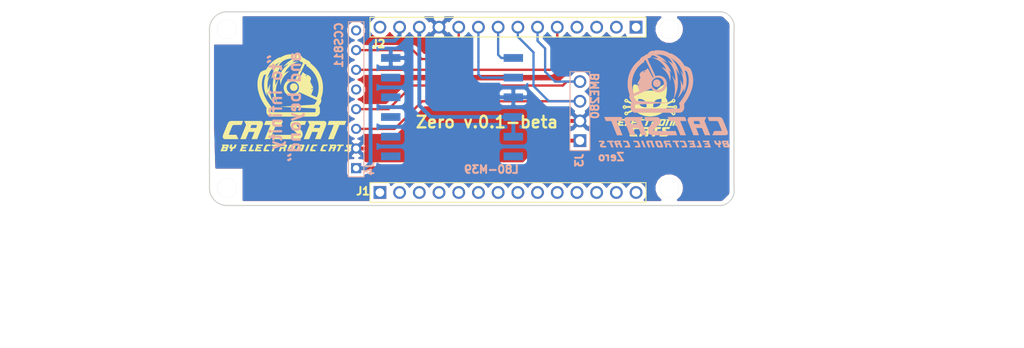
<source format=kicad_pcb>
(kicad_pcb (version 20171130) (host pcbnew "(5.0.0)")
  (title_block (title "MKR Shield") (date 2018-07-31) (rev 0.1) (company "Electronic Cats"))
  (layers (0 Top signal) (1 LFSignals signal hide) (2 POWER signal hide) (31 Bottom signal) (34 B.Paste user) (35 F.Paste user) (36 B.SilkS user) (37 F.SilkS user) (38 B.Mask user) (39 F.Mask user) (44 Edge.Cuts user))
  (net 0 "")
  (net 1 "Net-(J4-Pad8)")
  (net 2 GND)
  (net 3 +3V3)
  (net 4 "Net-(MODULE1-Pad6)")
  (net 5 "Net-(MODULE1-Pad7)")
  (net 6 "Net-(MODULE1-Pad8)")
  (net 7 "Net-(MODULE1-Pad10)")
  (net 8 /AREF)
  (net 9 /DAC0/A0)
  (net 10 /A1)
  (net 11 /A2)
  (net 12 /A3)
  (net 13 /A4)
  (net 14 /A5)
  (net 15 /0)
  (net 16 /1)
  (net 17 /~~2)
  (net 18 /~~3)
  (net 19 /~~4)
  (net 20 /~~5)
  (net 21 +5V)
  (net 22 VCC)
  (net 23 /RESET)
  (net 24 /9SCK)
  (net 25 /8MOSI)
  (net 26 /7)
  (net 27 /6)
  (net 28 /WAKE-A6)
  (net 29 /TX)
  (net 30 /RX)
  (net 31 /SCL)
  (net 32 /SDA)
  (net 33 /10-INTCCS)
  (net 34 /WAK-A6)
  (net 35 "Net-(MODULE1-Pad11)")
  (module Pines:62000811121 (layer Bottom) (at 133.14 100.06 90)
    (fp_text reference J4 (at -7.94 2.36 90) (layer B.SilkS) (effects (font (thickness 0.25)) (justify left bottom mirror)))
    (fp_text value CCS811 (at 10.06 -1.64 90) (layer B.SilkS) (effects (font (thickness 0.25)) (justify left bottom mirror)))
    (pad 1 thru_hole rect (at -8.89 0 90) (size 1.308 1.308) (drill 0.8) (layers *.Cu *.Mask) (net 22 VCC))
    (pad 2 thru_hole circle (at -6.35 0 90) (size 1.308 1.308) (drill 0.8) (layers *.Cu *.Mask) (net 2 GND))
    (pad 3 thru_hole circle (at -3.81 0 90) (size 1.308 1.308) (drill 0.8) (layers *.Cu *.Mask) (net 31 /SCL))
    (pad 4 thru_hole circle (at -1.27 0 90) (size 1.308 1.308) (drill 0.8) (layers *.Cu *.Mask) (net 32 /SDA))
    (pad 5 thru_hole circle (at 1.27 0 90) (size 1.308 1.308) (drill 0.8) (layers *.Cu *.Mask) (net 34 /WAK-A6))
    (pad 6 thru_hole circle (at 3.81 0 90) (size 1.308 1.308) (drill 0.8) (layers *.Cu *.Mask) (net 33 /10-INTCCS))
    (pad 7 thru_hole circle (at 6.35 0 90) (size 1.308 1.308) (drill 0.8) (layers *.Cu *.Mask) (net 23 /RESET))
    (pad 8 thru_hole circle (at 8.89 0 90) (size 1.308 1.308) (drill 0.8) (layers *.Cu *.Mask) (net 1 "Net-(J4-Pad8)"))
  )
  (module Rf:QUECTEL_L80-M39 (layer Bottom) (at 145.5 100.22)
    (fp_text reference MODULE1)
    (fp_text value L80-M39 (at 5.08 8.89) (layer B.SilkS) (effects (font (thickness 0.25)) (justify mirror)))
    (pad 12 smd rect (at -7.9 -5.5 180) (size 2.5 1) (layers Bottom B.Paste B.Mask) (net 2 GND))
    (pad 11 smd rect (at -7.9 -2.96 180) (size 2.5 1) (layers Bottom B.Paste B.Mask) (net 35 "Net-(MODULE1-Pad11)"))
    (pad 10 smd rect (at -7.9 -0.42 180) (size 2.5 1) (layers Bottom B.Paste B.Mask) (net 7 "Net-(MODULE1-Pad10)"))
    (pad 9 smd rect (at -7.9 2.12 180) (size 2.5 1) (layers Bottom B.Paste B.Mask))
    (pad 8 smd rect (at -7.9 4.66 180) (size 2.5 1) (layers Bottom B.Paste B.Mask) (net 6 "Net-(MODULE1-Pad8)"))
    (pad 7 smd rect (at -7.9 7.2 180) (size 2.5 1) (layers Bottom B.Paste B.Mask) (net 5 "Net-(MODULE1-Pad7)"))
    (pad 6 smd rect (at 7.9 7.2) (size 2.5 1) (layers Bottom B.Paste B.Mask) (net 4 "Net-(MODULE1-Pad6)"))
    (pad 5 smd rect (at 7.9 4.66) (size 2.5 1) (layers Bottom B.Paste B.Mask) (net 3 +3V3))
    (pad 4 smd rect (at 7.9 2.12) (size 2.5 1) (layers Bottom B.Paste B.Mask) (net 3 +3V3))
    (pad 3 smd rect (at 7.9 -0.42) (size 2.5 1) (layers Bottom B.Paste B.Mask) (net 2 GND))
    (pad 2 smd rect (at 7.9 -2.96) (size 2.5 1) (layers Bottom B.Paste B.Mask) (net 29 /TX))
    (pad 1 smd rect (at 7.9 -5.5) (size 2.5 1) (layers Bottom B.Paste B.Mask) (net 30 /RX))
  )
  (module "" (layer Top) (at 116.487479 111.5136)
    (fp_text reference @HOLE0 hide)
    (fp_text value "" (at 0 0) (layer F.SilkS) (effects (font (size 1.27 1.27))))
    (pad "" np_thru_hole circle (at 0 0) (size 2.5 2.5) (drill 2.5) (layers *.Cu))
  )
  (module "" (layer Top) (at 116.487479 91.0136)
    (fp_text reference @HOLE1 hide)
    (fp_text value "" (at 0 0) (layer F.SilkS) (effects (font (size 1.27 1.27))))
    (pad "" np_thru_hole circle (at 0 0) (size 2.5 2.5) (drill 2.5) (layers *.Cu))
  )
  (module "" (layer Top) (at 173.487479 91.0136)
    (fp_text reference @HOLE2 hide)
    (fp_text value "" (at 0 0) (layer F.SilkS) (effects (font (size 1.27 1.27))))
    (pad "" np_thru_hole circle (at 0 0) (size 2.5 2.5) (drill 2.5) (layers *.Cu))
  )
  (module "" (layer Top) (at 173.487479 111.5136)
    (fp_text reference @HOLE3 hide)
    (fp_text value "" (at 0 0) (layer F.SilkS) (effects (font (size 1.27 1.27))))
    (pad "" np_thru_hole circle (at 0 0) (size 2.5 2.5) (drill 2.5) (layers *.Cu))
  )
  (module MKRFoxShield_v2:MH_RND_F_2.2MM_NM (layer Top) (at 116.487479 111.5136 90)
    (fp_text reference U$5 hide)
    (fp_text value "" hide)
    (fp_circle (center 0 0) (end 1.2065 0) (layer Edge.Cuts) (width 0.1))
  )
  (module MKRFoxShield_v2:MH_RND_F_2.2MM_NM (layer Top) (at 116.487479 91.0136 90)
    (fp_text reference U$6 hide)
    (fp_text value "" hide)
    (fp_circle (center 0 0) (end 1.2065 0) (layer Edge.Cuts) (width 0.1))
  )
  (module MKRFoxShield_v2:MH_RND_F_2.2MM_NM (layer Top) (at 173.487479 91.0136 90)
    (fp_text reference U$7 hide)
    (fp_text value "" hide)
    (fp_circle (center 0 0) (end 1.2065 0) (layer Edge.Cuts) (width 0.1))
  )
  (module MKRFoxShield_v2:MH_RND_F_2.2MM_NM (layer Top) (at 173.487479 111.5136 90)
    (fp_text reference U$8 hide)
    (fp_text value "" hide)
    (fp_circle (center 0 0) (end 1.2065 0) (layer Edge.Cuts) (width 0.1))
  )
  (module MKRFoxShield_v2:FRAME (layer Top) (at 87.488917 114.1286)
    (fp_text reference FRAME1 hide)
    (fp_text value "Page 1" hide)
  )
  (module Aesthetics:electronic_cats_logo_8x6 (layer Top) (at 171 101.5)
    (fp_text reference G*** hide)
    (fp_text value LOGO hide)
  )
  (module Pines:61301411121 (layer Top) (at 152.712 112.084)
    (fp_text reference J1 (at -19.712 0.416) (layer F.SilkS) (effects (font (thickness 0.25)) (justify left bottom)))
    (fp_text value " " (at -2.1552 2.5402) (layer F.SilkS) (effects (font (size 0.77216 0.77216) (thickness 0.065024)) (justify left bottom)))
    (pad 1 thru_hole rect (at -16.51 0) (size 1.65 1.65) (drill 1.1) (layers *.Cu *.Mask) (net 8 /AREF))
    (pad 2 thru_hole circle (at -13.97 0) (size 1.65 1.65) (drill 1.1) (layers *.Cu *.Mask) (net 9 /DAC0/A0))
    (pad 3 thru_hole circle (at -11.43 0) (size 1.65 1.65) (drill 1.1) (layers *.Cu *.Mask) (net 10 /A1))
    (pad 4 thru_hole circle (at -8.89 0) (size 1.65 1.65) (drill 1.1) (layers *.Cu *.Mask) (net 11 /A2))
    (pad 5 thru_hole circle (at -6.35 0) (size 1.65 1.65) (drill 1.1) (layers *.Cu *.Mask) (net 12 /A3))
    (pad 6 thru_hole circle (at -3.81 0) (size 1.65 1.65) (drill 1.1) (layers *.Cu *.Mask) (net 13 /A4))
    (pad 7 thru_hole circle (at -1.27 0) (size 1.65 1.65) (drill 1.1) (layers *.Cu *.Mask) (net 14 /A5))
    (pad 8 thru_hole circle (at 1.27 0) (size 1.65 1.65) (drill 1.1) (layers *.Cu *.Mask) (net 28 /WAKE-A6))
    (pad 9 thru_hole circle (at 3.81 0) (size 1.65 1.65) (drill 1.1) (layers *.Cu *.Mask) (net 15 /0))
    (pad 10 thru_hole circle (at 6.35 0) (size 1.65 1.65) (drill 1.1) (layers *.Cu *.Mask) (net 16 /1))
    (pad 11 thru_hole circle (at 8.89 0) (size 1.65 1.65) (drill 1.1) (layers *.Cu *.Mask) (net 17 /~~2))
    (pad 12 thru_hole circle (at 11.43 0) (size 1.65 1.65) (drill 1.1) (layers *.Cu *.Mask) (net 18 /~~3))
    (pad 13 thru_hole circle (at 13.97 0) (size 1.65 1.65) (drill 1.1) (layers *.Cu *.Mask) (net 19 /~~4))
    (pad 14 thru_hole circle (at 16.51 0) (size 1.65 1.65) (drill 1.1) (layers *.Cu *.Mask) (net 20 /~~5))
  )
  (module Pines:61301411121 (layer Top) (at 152.712 90.748 180)
    (fp_text reference J2 (at 17.712 -2.752 180) (layer F.SilkS) (effects (font (thickness 0.25)) (justify left bottom)))
    (fp_text value " " (at -2.1552 2.5402 180) (layer F.SilkS) (effects (font (size 0.77216 0.77216) (thickness 0.065024)) (justify left bottom)))
    (pad 14 thru_hole circle (at 16.51 0 180) (size 1.65 1.65) (drill 1.1) (layers *.Cu *.Mask) (net 21 +5V))
    (pad 13 thru_hole circle (at 13.97 0 180) (size 1.65 1.65) (drill 1.1) (layers *.Cu *.Mask) (net 22 VCC))
    (pad 12 thru_hole circle (at 11.43 0 180) (size 1.65 1.65) (drill 1.1) (layers *.Cu *.Mask) (net 3 +3V3))
    (pad 11 thru_hole circle (at 8.89 0 180) (size 1.65 1.65) (drill 1.1) (layers *.Cu *.Mask) (net 2 GND))
    (pad 10 thru_hole circle (at 6.35 0 180) (size 1.65 1.65) (drill 1.1) (layers *.Cu *.Mask) (net 23 /RESET))
    (pad 9 thru_hole circle (at 3.81 0 180) (size 1.65 1.65) (drill 1.1) (layers *.Cu *.Mask) (net 29 /TX))
    (pad 8 thru_hole circle (at 1.27 0 180) (size 1.65 1.65) (drill 1.1) (layers *.Cu *.Mask) (net 30 /RX))
    (pad 7 thru_hole circle (at -1.27 0 180) (size 1.65 1.65) (drill 1.1) (layers *.Cu *.Mask) (net 31 /SCL))
    (pad 6 thru_hole circle (at -3.81 0 180) (size 1.65 1.65) (drill 1.1) (layers *.Cu *.Mask) (net 32 /SDA))
    (pad 5 thru_hole circle (at -6.35 0 180) (size 1.65 1.65) (drill 1.1) (layers *.Cu *.Mask) (net 33 /10-INTCCS))
    (pad 4 thru_hole circle (at -8.89 0 180) (size 1.65 1.65) (drill 1.1) (layers *.Cu *.Mask) (net 24 /9SCK))
    (pad 3 thru_hole circle (at -11.43 0 180) (size 1.65 1.65) (drill 1.1) (layers *.Cu *.Mask) (net 25 /8MOSI))
    (pad 2 thru_hole circle (at -13.97 0 180) (size 1.65 1.65) (drill 1.1) (layers *.Cu *.Mask) (net 26 /7))
    (pad 1 thru_hole rect (at -16.51 0 180) (size 1.65 1.65) (drill 1.1) (layers *.Cu *.Mask) (net 27 /6))
  )
  (module Pines:61300411121 (layer Bottom) (at 161.98 101.58 90)
    (fp_text reference J3 (at -5.334 0.508 90) (layer B.SilkS) (effects (font (thickness 0.25)) (justify left bottom mirror)))
    (fp_text value BME280 (at 5.08 2.52 90) (layer B.SilkS) (effects (font (thickness 0.25)) (justify left bottom mirror)))
    (pad 1 thru_hole rect (at -3.81 0 90) (size 1.65 1.65) (drill 1.1) (layers *.Cu *.Mask) (net 22 VCC))
    (pad 2 thru_hole circle (at -1.27 0 90) (size 1.65 1.65) (drill 1.1) (layers *.Cu *.Mask) (net 2 GND))
    (pad 3 thru_hole circle (at 1.27 0 90) (size 1.65 1.65) (drill 1.1) (layers *.Cu *.Mask) (net 31 /SCL))
    (pad 4 thru_hole circle (at 3.81 0 90) (size 1.65 1.65) (drill 1.1) (layers *.Cu *.Mask) (net 32 /SDA))
  )
  (module Aesthetics:catsat (layer Bottom) (at 172.5 100 180)
    (fp_text reference G*** hide)
    (fp_text value LOGO hide)
  )
  (module Aesthetics:catsat (layer Top) (at 124.5 100.5)
    (fp_text reference G*** hide)
    (fp_text value LOGO hide)
  )
  (gr_text "Zero v.0.1-beta" (at 150 103) (layer F.SilkS) (effects (font (size 1.5 1.5) (thickness 0.3))))
  (gr_text Zero (at 166 107.5) (layer B.SilkS) (effects (font (size 1 1) (thickness 0.25)) (justify mirror)))
  (gr_text "“to infinity \nand beyond”" (at 124 101 90) (layer B.SilkS) (effects (font (size 1.5 1.5) (thickness 0.3)) (justify mirror)))
  (gr_line (start 180.237479 113.7636) (end 116.487479 113.7636) (layer Edge.Cuts) (width 0.15))
  (gr_line (start 114.237479 111.5136) (end 114.237479 91.0136) (layer Edge.Cuts) (width 0.15))
  (gr_line (start 116.487479 88.7636) (end 180.237479 88.7636) (layer Edge.Cuts) (width 0.15))
  (gr_arc (start 116.487479 111.5136) (end 116.487479 113.7636) (angle 90) (layer Edge.Cuts) (width 0.15))
  (gr_arc (start 116.487479 91.0136) (end 114.237479 91.0136) (angle 90) (layer Edge.Cuts) (width 0.15))
  (gr_arc (start 179.912479 111.8386) (end 181.837479 111.5136) (angle 90) (layer Edge.Cuts) (width 0.15))
  (gr_arc (start 179.912479 90.6886) (end 181.837479 91.0136) (angle -90) (layer Edge.Cuts) (width 0.15))
  (gr_line (start 181.837479 111.5136) (end 181.837479 91.0136) (layer Edge.Cuts) (width 0.15))
  (segment (start 133.14 106.41) (end 153.07 106.41) (width 0.5) (layer Top) (net 2))
  (segment (start 156.63 102.85) (end 161.98 102.85) (width 0.5) (layer Top) (net 2))
  (segment (start 153.07 106.41) (end 156.63 102.85) (width 0.5) (layer Top) (net 2))
  (segment (start 141.282 100.852) (end 141.282 90.748) (width 0.5) (layer Bottom) (net 3))
  (segment (start 142.77 102.34) (end 141.282 100.852) (width 0.5) (layer Bottom) (net 3))
  (segment (start 142.77 102.34) (end 153.4 102.34) (width 0.5) (layer Bottom) (net 3))
  (segment (start 153.4 104.88) (end 153.4 102.34) (width 0.5) (layer Bottom) (net 3))
  (segment (start 161.98 105.39) (end 158.53 105.39) (width 0.5) (layer Top) (net 22))
  (segment (start 154.97 108.95) (end 133.14 108.95) (width 0.5) (layer Top) (net 22))
  (segment (start 158.53 105.39) (end 154.97 108.95) (width 0.5) (layer Top) (net 22))
  (segment (start 138.742 91.85) (end 138.742 90.748) (width 0.5) (layer Bottom) (net 22))
  (segment (start 134.294 108.95) (end 135 108.244) (width 0.5) (layer Bottom) (net 22))
  (segment (start 133.14 108.95) (end 134.294 108.95) (width 0.5) (layer Bottom) (net 22))
  (segment (start 135 108.244) (end 135 93) (width 0.5) (layer Bottom) (net 22))
  (segment (start 135.5 92.5) (end 138.092 92.5) (width 0.5) (layer Bottom) (net 22))
  (segment (start 135 93) (end 135.5 92.5) (width 0.5) (layer Bottom) (net 22))
  (segment (start 138.092 92.5) (end 138.742 91.85) (width 0.5) (layer Bottom) (net 22))
  (segment (start 146.362 92.35) (end 146.362 90.748) (width 0.3) (layer Top) (net 23))
  (segment (start 133.14 93.71) (end 140.45 93.71) (width 0.3) (layer Top) (net 23))
  (segment (start 140.45 93.71) (end 141.6 94.86) (width 0.3) (layer Top) (net 23))
  (segment (start 145.602 94.86) (end 146.362 94.1) (width 0.3) (layer Top) (net 23))
  (segment (start 141.6 94.86) (end 145.602 94.86) (width 0.3) (layer Top) (net 23))
  (segment (start 146.362 94.1) (end 146.362 92.35) (width 0.3) (layer Top) (net 23))
  (segment (start 150.23 97.26) (end 154.51 97.26) (width 0.3) (layer Bottom) (net 29))
  (segment (start 154.51 97.26) (end 149.33 97.26) (width 0.3) (layer Bottom) (net 29))
  (segment (start 148.902 96.832) (end 148.902 95.2) (width 0.3) (layer Bottom) (net 29))
  (segment (start 149.33 97.26) (end 148.902 96.832) (width 0.3) (layer Bottom) (net 29))
  (segment (start 148.902 90.748) (end 148.902 95.2) (width 0.3) (layer Bottom) (net 29))
  (segment (start 151.442 91.914726) (end 151.442 90.748) (width 0.3) (layer Bottom) (net 30))
  (segment (start 151.442 94.312) (end 151.442 91.914726) (width 0.3) (layer Bottom) (net 30))
  (segment (start 151.85 94.72) (end 151.442 94.312) (width 0.3) (layer Bottom) (net 30))
  (segment (start 153.4 94.72) (end 151.85 94.72) (width 0.3) (layer Bottom) (net 30))
  (segment (start 138.1 103.87) (end 133.14 103.87) (width 0.3) (layer Top) (net 31))
  (segment (start 161.98 100.31) (end 141.66 100.31) (width 0.3) (layer Top) (net 31))
  (segment (start 141.66 100.31) (end 138.1 103.87) (width 0.3) (layer Top) (net 31))
  (segment (start 157.97 100.31) (end 161.98 100.31) (width 0.3) (layer Bottom) (net 31))
  (segment (start 156 98.34) (end 157.97 100.31) (width 0.3) (layer Bottom) (net 31))
  (segment (start 156 94) (end 156 98.34) (width 0.3) (layer Bottom) (net 31))
  (segment (start 153.982 91.982) (end 156 94) (width 0.3) (layer Bottom) (net 31))
  (segment (start 153.982 90.748) (end 153.982 91.982) (width 0.3) (layer Bottom) (net 31))
  (segment (start 133.14 101.33) (end 137.31 101.33) (width 0.3) (layer Top) (net 32))
  (segment (start 160.28 97.77) (end 161.98 97.77) (width 0.3) (layer Top) (net 32))
  (segment (start 137.31 101.33) (end 139.9 98.74) (width 0.3) (layer Top) (net 32))
  (segment (start 159.93 98.12) (end 160.28 97.77) (width 0.3) (layer Top) (net 32))
  (segment (start 139.9 98.74) (end 139.93 98.74) (width 0.3) (layer Top) (net 32))
  (segment (start 139.93 98.74) (end 140.39 98.28) (width 0.3) (layer Top) (net 32))
  (segment (start 159.77 98.28) (end 160.28 97.77) (width 0.3) (layer Top) (net 32))
  (segment (start 140.39 98.28) (end 159.77 98.28) (width 0.3) (layer Top) (net 32))
  (segment (start 160 97.77) (end 161.98 97.77) (width 0.3) (layer Bottom) (net 32))
  (segment (start 158.77 97.77) (end 160 97.77) (width 0.3) (layer Bottom) (net 32))
  (segment (start 157.5 96.5) (end 158.77 97.77) (width 0.3) (layer Bottom) (net 32))
  (segment (start 157.5 93.5) (end 157.5 96.5) (width 0.3) (layer Bottom) (net 32))
  (segment (start 156.522 92.522) (end 157.5 93.5) (width 0.3) (layer Bottom) (net 32))
  (segment (start 156.522 90.748) (end 156.522 92.522) (width 0.3) (layer Bottom) (net 32))
  (segment (start 159.062 91.914726) (end 159.08 91.932726) (width 0.3) (layer Top) (net 33))
  (segment (start 159.062 90.748) (end 159.062 91.914726) (width 0.3) (layer Top) (net 33))
  (segment (start 159.08 91.932726) (end 159.08 95.35) (width 0.3) (layer Top) (net 33))
  (segment (start 158.18 96.25) (end 159.08 95.35) (width 0.3) (layer Top) (net 33))
  (segment (start 133.14 96.25) (end 158.18 96.25) (width 0.3) (layer Top) (net 33))
  (zone (net 2) (net_name GND) (layer Top) (connect_pads (clearance 0.508)) (min_thickness 0.254) (fill yes (arc_segments 16) (thermal_gap 0.508) (thermal_bridge_width 0.508))
    (polygon (pts (xy 118.5 89) (xy 118.5 93) (xy 114.5 93) (xy 115 109) (xy 118.5 109) (xy 118.5 113.5) (xy 180 113.5) (xy 180.5 113) (xy 181 112.5) (xy 181.5 112) (xy 181.5 90.5) (xy 180 89)))
  )
  (zone (net 2) (net_name GND) (layer Bottom) (connect_pads (clearance 0.508)) (min_thickness 0.254) (fill yes (arc_segments 16) (thermal_gap 0.508) (thermal_bridge_width 0.508))
    (polygon (pts (xy 118.5 89) (xy 118.5 93) (xy 114.5 93) (xy 115 109) (xy 118.5 109) (xy 118.5 113.5) (xy 180 113.5) (xy 181.5 112) (xy 181.5 90.5) (xy 180 89)))
  )
)
</source>
